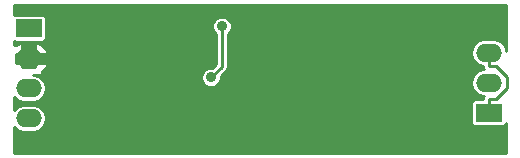
<source format=gbl>
G04 (created by PCBNEW (2013-mar-13)-testing) date Wed 31 Jul 2013 11:30:12 AM UTC*
%MOIN*%
G04 Gerber Fmt 3.4, Leading zero omitted, Abs format*
%FSLAX34Y34*%
G01*
G70*
G90*
G04 APERTURE LIST*
%ADD10C,0.005906*%
%ADD11R,0.086600X0.060000*%
%ADD12O,0.086600X0.060000*%
%ADD13C,0.035000*%
%ADD14C,0.010000*%
G04 APERTURE END LIST*
G54D10*
G54D11*
X24909Y-34183D03*
G54D12*
X24909Y-35183D03*
X24909Y-36183D03*
X24909Y-37183D03*
G54D11*
X40250Y-37000D03*
G54D12*
X40250Y-36000D03*
X40250Y-35000D03*
G54D13*
X30983Y-35822D03*
X31350Y-34114D03*
X26697Y-36250D03*
G54D14*
X31350Y-35456D02*
X30983Y-35822D01*
X31350Y-34114D02*
X31350Y-35456D01*
X25630Y-35183D02*
X26697Y-36250D01*
X24909Y-35183D02*
X25630Y-35183D01*
X40475Y-36549D02*
X40250Y-36549D01*
X40845Y-36179D02*
X40475Y-36549D01*
X40845Y-35820D02*
X40845Y-36179D01*
X40475Y-35450D02*
X40845Y-35820D01*
X40250Y-35450D02*
X40475Y-35450D01*
X40250Y-35000D02*
X40250Y-35450D01*
X40250Y-37000D02*
X40250Y-36549D01*
G54D10*
G36*
X40830Y-38330D02*
X31675Y-38330D01*
X31675Y-34050D01*
X31625Y-33930D01*
X31534Y-33839D01*
X31415Y-33789D01*
X31285Y-33789D01*
X31166Y-33838D01*
X31074Y-33930D01*
X31025Y-34049D01*
X31025Y-34178D01*
X31074Y-34298D01*
X31150Y-34374D01*
X31150Y-35373D01*
X31025Y-35497D01*
X30919Y-35497D01*
X30799Y-35546D01*
X30708Y-35638D01*
X30658Y-35757D01*
X30658Y-35887D01*
X30708Y-36006D01*
X30799Y-36098D01*
X30918Y-36147D01*
X31048Y-36147D01*
X31167Y-36098D01*
X31259Y-36007D01*
X31308Y-35887D01*
X31308Y-35780D01*
X31491Y-35597D01*
X31535Y-35532D01*
X31535Y-35532D01*
X31537Y-35519D01*
X31550Y-35456D01*
X31550Y-35456D01*
X31550Y-34374D01*
X31625Y-34298D01*
X31675Y-34179D01*
X31675Y-34050D01*
X31675Y-38330D01*
X25541Y-38330D01*
X24419Y-38330D01*
X24419Y-37460D01*
X24446Y-37501D01*
X24592Y-37598D01*
X24765Y-37633D01*
X25053Y-37633D01*
X25226Y-37598D01*
X25372Y-37501D01*
X25469Y-37355D01*
X25503Y-37183D01*
X25469Y-37010D01*
X25372Y-36864D01*
X25226Y-36767D01*
X25053Y-36733D01*
X24765Y-36733D01*
X24592Y-36767D01*
X24446Y-36864D01*
X24419Y-36905D01*
X24419Y-36460D01*
X24446Y-36501D01*
X24592Y-36598D01*
X24765Y-36633D01*
X25053Y-36633D01*
X25226Y-36598D01*
X25372Y-36501D01*
X25469Y-36355D01*
X25503Y-36183D01*
X25469Y-36010D01*
X25372Y-35864D01*
X25226Y-35767D01*
X25053Y-35733D01*
X25359Y-35733D01*
X25359Y-35612D01*
X25392Y-35594D01*
X25522Y-35428D01*
X25541Y-35414D01*
X25541Y-34952D01*
X25522Y-34937D01*
X25392Y-34771D01*
X25208Y-34669D01*
X25125Y-34712D01*
X25125Y-35033D01*
X25506Y-35033D01*
X25541Y-34952D01*
X25541Y-35414D01*
X25506Y-35333D01*
X25125Y-35333D01*
X25125Y-35483D01*
X24692Y-35483D01*
X24692Y-35333D01*
X24476Y-35333D01*
X24476Y-35033D01*
X24692Y-35033D01*
X24692Y-34712D01*
X24610Y-34669D01*
X24476Y-34744D01*
X24476Y-34733D01*
X24419Y-34733D01*
X24419Y-34621D01*
X24446Y-34633D01*
X24506Y-34633D01*
X25372Y-34633D01*
X25427Y-34610D01*
X25469Y-34568D01*
X25492Y-34512D01*
X25492Y-34453D01*
X25492Y-33853D01*
X25469Y-33798D01*
X25427Y-33755D01*
X25372Y-33733D01*
X25312Y-33733D01*
X24446Y-33733D01*
X24419Y-33744D01*
X24419Y-33419D01*
X40830Y-33419D01*
X40830Y-34929D01*
X40810Y-34827D01*
X40712Y-34681D01*
X40566Y-34584D01*
X40394Y-34550D01*
X40105Y-34550D01*
X39933Y-34584D01*
X39787Y-34681D01*
X39689Y-34827D01*
X39655Y-35000D01*
X39689Y-35172D01*
X39787Y-35318D01*
X39933Y-35415D01*
X40050Y-35438D01*
X40050Y-35450D01*
X40065Y-35526D01*
X40083Y-35554D01*
X39933Y-35584D01*
X39787Y-35681D01*
X39689Y-35827D01*
X39655Y-36000D01*
X39689Y-36172D01*
X39787Y-36318D01*
X39933Y-36415D01*
X40083Y-36445D01*
X40065Y-36473D01*
X40050Y-36549D01*
X40050Y-36550D01*
X39787Y-36550D01*
X39732Y-36572D01*
X39689Y-36615D01*
X39667Y-36670D01*
X39667Y-36729D01*
X39667Y-37329D01*
X39689Y-37384D01*
X39732Y-37427D01*
X39787Y-37450D01*
X39846Y-37450D01*
X40712Y-37450D01*
X40767Y-37427D01*
X40810Y-37384D01*
X40830Y-37336D01*
X40830Y-38330D01*
X40830Y-38330D01*
G37*
G54D14*
X40830Y-38330D02*
X31675Y-38330D01*
X31675Y-34050D01*
X31625Y-33930D01*
X31534Y-33839D01*
X31415Y-33789D01*
X31285Y-33789D01*
X31166Y-33838D01*
X31074Y-33930D01*
X31025Y-34049D01*
X31025Y-34178D01*
X31074Y-34298D01*
X31150Y-34374D01*
X31150Y-35373D01*
X31025Y-35497D01*
X30919Y-35497D01*
X30799Y-35546D01*
X30708Y-35638D01*
X30658Y-35757D01*
X30658Y-35887D01*
X30708Y-36006D01*
X30799Y-36098D01*
X30918Y-36147D01*
X31048Y-36147D01*
X31167Y-36098D01*
X31259Y-36007D01*
X31308Y-35887D01*
X31308Y-35780D01*
X31491Y-35597D01*
X31535Y-35532D01*
X31535Y-35532D01*
X31537Y-35519D01*
X31550Y-35456D01*
X31550Y-35456D01*
X31550Y-34374D01*
X31625Y-34298D01*
X31675Y-34179D01*
X31675Y-34050D01*
X31675Y-38330D01*
X25541Y-38330D01*
X24419Y-38330D01*
X24419Y-37460D01*
X24446Y-37501D01*
X24592Y-37598D01*
X24765Y-37633D01*
X25053Y-37633D01*
X25226Y-37598D01*
X25372Y-37501D01*
X25469Y-37355D01*
X25503Y-37183D01*
X25469Y-37010D01*
X25372Y-36864D01*
X25226Y-36767D01*
X25053Y-36733D01*
X24765Y-36733D01*
X24592Y-36767D01*
X24446Y-36864D01*
X24419Y-36905D01*
X24419Y-36460D01*
X24446Y-36501D01*
X24592Y-36598D01*
X24765Y-36633D01*
X25053Y-36633D01*
X25226Y-36598D01*
X25372Y-36501D01*
X25469Y-36355D01*
X25503Y-36183D01*
X25469Y-36010D01*
X25372Y-35864D01*
X25226Y-35767D01*
X25053Y-35733D01*
X25359Y-35733D01*
X25359Y-35612D01*
X25392Y-35594D01*
X25522Y-35428D01*
X25541Y-35414D01*
X25541Y-34952D01*
X25522Y-34937D01*
X25392Y-34771D01*
X25208Y-34669D01*
X25125Y-34712D01*
X25125Y-35033D01*
X25506Y-35033D01*
X25541Y-34952D01*
X25541Y-35414D01*
X25506Y-35333D01*
X25125Y-35333D01*
X25125Y-35483D01*
X24692Y-35483D01*
X24692Y-35333D01*
X24476Y-35333D01*
X24476Y-35033D01*
X24692Y-35033D01*
X24692Y-34712D01*
X24610Y-34669D01*
X24476Y-34744D01*
X24476Y-34733D01*
X24419Y-34733D01*
X24419Y-34621D01*
X24446Y-34633D01*
X24506Y-34633D01*
X25372Y-34633D01*
X25427Y-34610D01*
X25469Y-34568D01*
X25492Y-34512D01*
X25492Y-34453D01*
X25492Y-33853D01*
X25469Y-33798D01*
X25427Y-33755D01*
X25372Y-33733D01*
X25312Y-33733D01*
X24446Y-33733D01*
X24419Y-33744D01*
X24419Y-33419D01*
X40830Y-33419D01*
X40830Y-34929D01*
X40810Y-34827D01*
X40712Y-34681D01*
X40566Y-34584D01*
X40394Y-34550D01*
X40105Y-34550D01*
X39933Y-34584D01*
X39787Y-34681D01*
X39689Y-34827D01*
X39655Y-35000D01*
X39689Y-35172D01*
X39787Y-35318D01*
X39933Y-35415D01*
X40050Y-35438D01*
X40050Y-35450D01*
X40065Y-35526D01*
X40083Y-35554D01*
X39933Y-35584D01*
X39787Y-35681D01*
X39689Y-35827D01*
X39655Y-36000D01*
X39689Y-36172D01*
X39787Y-36318D01*
X39933Y-36415D01*
X40083Y-36445D01*
X40065Y-36473D01*
X40050Y-36549D01*
X40050Y-36550D01*
X39787Y-36550D01*
X39732Y-36572D01*
X39689Y-36615D01*
X39667Y-36670D01*
X39667Y-36729D01*
X39667Y-37329D01*
X39689Y-37384D01*
X39732Y-37427D01*
X39787Y-37450D01*
X39846Y-37450D01*
X40712Y-37450D01*
X40767Y-37427D01*
X40810Y-37384D01*
X40830Y-37336D01*
X40830Y-38330D01*
M02*

</source>
